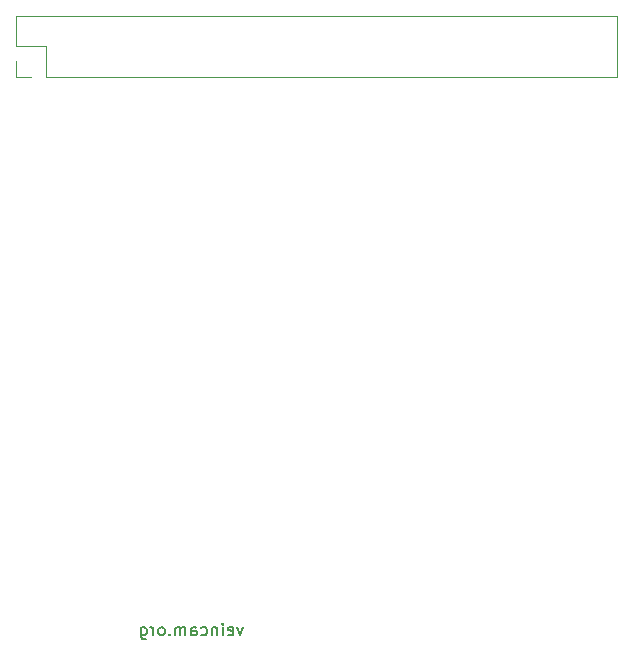
<source format=gbr>
G04 #@! TF.GenerationSoftware,KiCad,Pcbnew,(5.1.2)-1*
G04 #@! TF.CreationDate,2019-05-20T14:19:16+10:00*
G04 #@! TF.ProjectId,VeinCamHat,5665696e-4361-46d4-9861-742e6b696361,rev?*
G04 #@! TF.SameCoordinates,Original*
G04 #@! TF.FileFunction,Legend,Bot*
G04 #@! TF.FilePolarity,Positive*
%FSLAX46Y46*%
G04 Gerber Fmt 4.6, Leading zero omitted, Abs format (unit mm)*
G04 Created by KiCad (PCBNEW (5.1.2)-1) date 2019-05-20 14:19:16*
%MOMM*%
%LPD*%
G04 APERTURE LIST*
%ADD10C,0.200000*%
%ADD11C,0.120000*%
G04 APERTURE END LIST*
D10*
X226257142Y-146685714D02*
X226019047Y-147352380D01*
X225780952Y-146685714D01*
X225019047Y-147304761D02*
X225114285Y-147352380D01*
X225304761Y-147352380D01*
X225400000Y-147304761D01*
X225447619Y-147209523D01*
X225447619Y-146828571D01*
X225400000Y-146733333D01*
X225304761Y-146685714D01*
X225114285Y-146685714D01*
X225019047Y-146733333D01*
X224971428Y-146828571D01*
X224971428Y-146923809D01*
X225447619Y-147019047D01*
X224542857Y-147352380D02*
X224542857Y-146685714D01*
X224542857Y-146352380D02*
X224590476Y-146400000D01*
X224542857Y-146447619D01*
X224495238Y-146400000D01*
X224542857Y-146352380D01*
X224542857Y-146447619D01*
X224066666Y-146685714D02*
X224066666Y-147352380D01*
X224066666Y-146780952D02*
X224019047Y-146733333D01*
X223923809Y-146685714D01*
X223780952Y-146685714D01*
X223685714Y-146733333D01*
X223638095Y-146828571D01*
X223638095Y-147352380D01*
X222733333Y-147304761D02*
X222828571Y-147352380D01*
X223019047Y-147352380D01*
X223114285Y-147304761D01*
X223161904Y-147257142D01*
X223209523Y-147161904D01*
X223209523Y-146876190D01*
X223161904Y-146780952D01*
X223114285Y-146733333D01*
X223019047Y-146685714D01*
X222828571Y-146685714D01*
X222733333Y-146733333D01*
X221876190Y-147352380D02*
X221876190Y-146828571D01*
X221923809Y-146733333D01*
X222019047Y-146685714D01*
X222209523Y-146685714D01*
X222304761Y-146733333D01*
X221876190Y-147304761D02*
X221971428Y-147352380D01*
X222209523Y-147352380D01*
X222304761Y-147304761D01*
X222352380Y-147209523D01*
X222352380Y-147114285D01*
X222304761Y-147019047D01*
X222209523Y-146971428D01*
X221971428Y-146971428D01*
X221876190Y-146923809D01*
X221400000Y-147352380D02*
X221400000Y-146685714D01*
X221400000Y-146780952D02*
X221352380Y-146733333D01*
X221257142Y-146685714D01*
X221114285Y-146685714D01*
X221019047Y-146733333D01*
X220971428Y-146828571D01*
X220971428Y-147352380D01*
X220971428Y-146828571D02*
X220923809Y-146733333D01*
X220828571Y-146685714D01*
X220685714Y-146685714D01*
X220590476Y-146733333D01*
X220542857Y-146828571D01*
X220542857Y-147352380D01*
X220066666Y-147257142D02*
X220019047Y-147304761D01*
X220066666Y-147352380D01*
X220114285Y-147304761D01*
X220066666Y-147257142D01*
X220066666Y-147352380D01*
X219447619Y-147352380D02*
X219542857Y-147304761D01*
X219590476Y-147257142D01*
X219638095Y-147161904D01*
X219638095Y-146876190D01*
X219590476Y-146780952D01*
X219542857Y-146733333D01*
X219447619Y-146685714D01*
X219304761Y-146685714D01*
X219209523Y-146733333D01*
X219161904Y-146780952D01*
X219114285Y-146876190D01*
X219114285Y-147161904D01*
X219161904Y-147257142D01*
X219209523Y-147304761D01*
X219304761Y-147352380D01*
X219447619Y-147352380D01*
X218685714Y-147352380D02*
X218685714Y-146685714D01*
X218685714Y-146876190D02*
X218638095Y-146780952D01*
X218590476Y-146733333D01*
X218495238Y-146685714D01*
X218400000Y-146685714D01*
X217638095Y-146685714D02*
X217638095Y-147495238D01*
X217685714Y-147590476D01*
X217733333Y-147638095D01*
X217828571Y-147685714D01*
X217971428Y-147685714D01*
X218066666Y-147638095D01*
X217638095Y-147304761D02*
X217733333Y-147352380D01*
X217923809Y-147352380D01*
X218019047Y-147304761D01*
X218066666Y-147257142D01*
X218114285Y-147161904D01*
X218114285Y-146876190D01*
X218066666Y-146780952D01*
X218019047Y-146733333D01*
X217923809Y-146685714D01*
X217733333Y-146685714D01*
X217638095Y-146733333D01*
D11*
X207040000Y-94900000D02*
X207040000Y-97500000D01*
X207040000Y-94900000D02*
X257960000Y-94900000D01*
X257960000Y-94900000D02*
X257960000Y-100100000D01*
X209640000Y-100100000D02*
X257960000Y-100100000D01*
X209640000Y-97500000D02*
X209640000Y-100100000D01*
X207040000Y-97500000D02*
X209640000Y-97500000D01*
X207040000Y-100100000D02*
X208370000Y-100100000D01*
X207040000Y-98770000D02*
X207040000Y-100100000D01*
M02*

</source>
